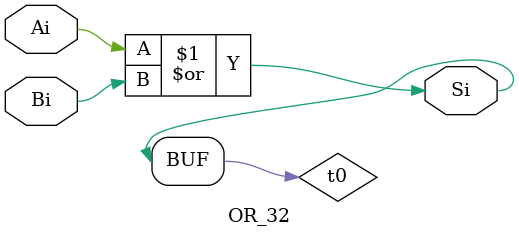
<source format=v>
`timescale 1ns/1ns
module OR_32( Ai, Bi, Si );
input Ai; // 1-bit 
input Bi; // 1-bit 
output Si; // sum, 1-bit 

wire t0;

or( t0, Ai, Bi );
assign Si = t0;

endmodule
</source>
